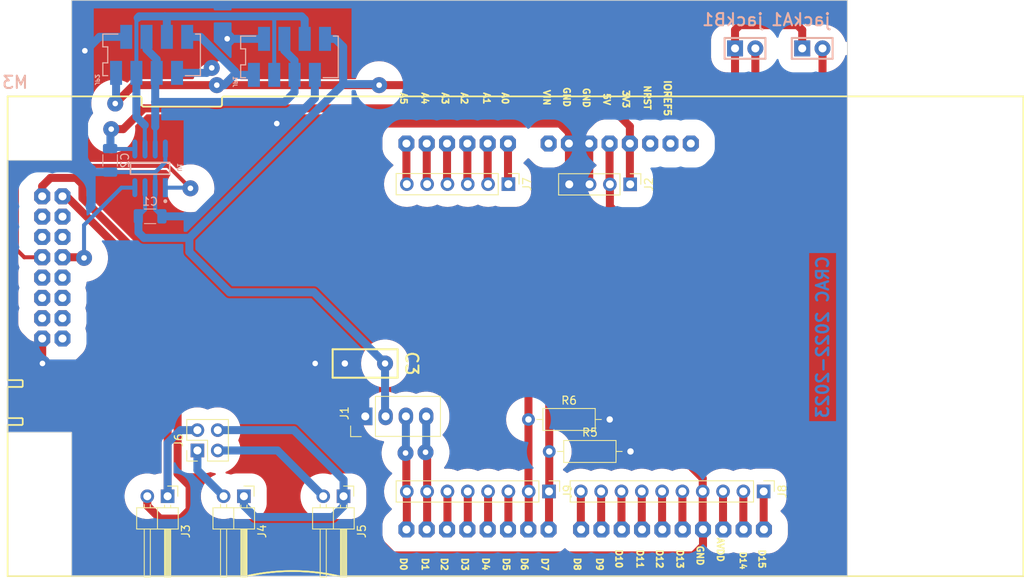
<source format=kicad_pcb>
(kicad_pcb (version 20211014) (generator pcbnew)
  (layers (0 "F.Cu" signal "Top Layer") (31 "B.Cu" signal "Bottom Layer") (34 "B.Paste" user "Bottom Paste") (35 "F.Paste" user "Top Paste") (36 "B.SilkS" user "Bottom Overlay") (37 "F.SilkS" user "Top Overlay") (38 "B.Mask" user "Bottom Solder") (39 "F.Mask" user "Top Solder") (44 "Edge.Cuts" user))
  (net 0 "")
  (net 1 "+5_BOARD")
  (net 2 "/CAN_L")
  (net 3 "/Rx1")
  (net 4 "/Tx1")
  (net 5 "/JackA")
  (net 6 "/JackB")
  (net 7 "Net-(M3-Pad9)")
  (net 8 "Net-(M3-Pad10)")
  (net 9 "Net-(M3-Pad11)")
  (net 10 "Net-(M3-Pad12)")
  (net 11 "Net-(M3-Pad13)")
  (net 12 "/TX_Can")
  (net 13 "/RX_Can")
  (net 14 "/CAN_H")
  (net 15 "3.3V")
  (net 16 "GND")
  (net 20 "Net-(M3-Pad14)")
  (net 21 "Net-(M3-Pad32)")
  (net 22 "Net-(M3-Pad31)")
  (net 23 "Net-(M3-Pad30)")
  (net 24 "Net-(M3-Pad28)")
  (net 25 "Net-(M3-Pad27)")
  (net 26 "Net-(M3-Pad26)")
  (net 27 "Net-(M3-Pad25)")
  (net 28 "Net-(M3-Pad24)")
  (net 29 "Net-(M3-Pad23)")
  (net 30 "Net-(M3-Pad20)")
  (net 31 "Net-(M3-Pad19)")
  (net 43 "Net-(M3-Pad18)")
  (net 44 "Net-(M3-Pad17)")
  (net 45 "/A-")
  (net 46 "/A+")
  (net 47 "/B-")
  (net 48 "/HP2+")
  (net 49 "/B+")
  (footprint "Connector_PinHeader_2.54mm:PinHeader_1x02_P2.54mm_Horizontal" (layer "F.Cu") (at 155.5391 110.1506 -90)
    (fp_text reference "J5" (at 4.385 -2.27 90) (layer "F.SilkS"))
    (fp_text value "Autocom2")
    (pad "1" thru_hole rect (at 0 0 270) (size 1.7 1.7) (drill 1) (layers *.Cu *.Mask) (net 47 "/B-"))
    (pad "2" thru_hole oval (at 0 2.54 270) (size 1.7 1.7) (drill 1) (layers *.Cu *.Mask) (net 49 "/B+"))
  )
  (footprint "Connector_PinHeader_2.54mm:PinHeader_1x08_P2.54mm_Vertical" (layer "F.Cu") (at 181.2291 109.5506 -90)
    (fp_text reference "J9" (at 0 -2.33 90) (layer "F.SilkS"))
    (fp_text value "Conn_01x08")
    (pad "1" thru_hole rect (at 0 0 270) (size 1.7 1.7) (drill 1) (layers *.Cu *.Mask) (net 5 "/JackA"))
    (pad "2" thru_hole oval (at 0 2.54 270) (size 1.7 1.7) (drill 1) (layers *.Cu *.Mask) (net 6 "/JackB"))
    (pad "3" thru_hole oval (at 0 5.08 270) (size 1.7 1.7) (drill 1) (layers *.Cu *.Mask) (net 30 "Net-(M3-Pad20)"))
    (pad "4" thru_hole oval (at 0 7.62 270) (size 1.7 1.7) (drill 1) (layers *.Cu *.Mask) (net 31 "Net-(M3-Pad19)"))
    (pad "5" thru_hole oval (at 0 10.16 270) (size 1.7 1.7) (drill 1) (layers *.Cu *.Mask) (net 43 "Net-(M3-Pad18)"))
    (pad "6" thru_hole oval (at 0 12.7 270) (size 1.7 1.7) (drill 1) (layers *.Cu *.Mask) (net 44 "Net-(M3-Pad17)"))
    (pad "7" thru_hole oval (at 0 15.24 270) (size 1.7 1.7) (drill 1) (layers *.Cu *.Mask) (net 4 "/Tx1"))
    (pad "8" thru_hole oval (at 0 17.78 270) (size 1.7 1.7) (drill 1) (layers *.Cu *.Mask) (net 3 "/Rx1"))
  )
  (footprint "FootprintGamelGe2_v6:R_Axial_DIN0207_L6.3mm_D2.5mm_P10.16mm_Horizontal" (layer "F.Cu") (at 181.2591 104.5506)
    (fp_text reference "R5" (at 5.08 -2.37) (layer "F.SilkS"))
    (fp_text value "R")
    (pad "1" thru_hole circle (at 0 0) (size 1.6 1.6) (drill 0.8) (layers *.Cu *.Mask) (net 5 "/JackA"))
    (pad "2" thru_hole oval (at 10.16 0) (size 1.6 1.6) (drill 0.8) (layers *.Cu *.Mask) (net 16 "GND"))
  )
  (footprint "Connector_PinHeader_2.54mm:PinHeader_1x04_P2.54mm_Vertical" (layer "F.Cu") (at 191.3791 71.1506 -90)
    (fp_text reference "J2" (at 0 -2.33 90) (layer "F.SilkS"))
    (fp_text value "Conn_01x04")
    (pad "1" thru_hole rect (at 0 0 270) (size 1.7 1.7) (drill 1) (layers *.Cu *.Mask) (net 15 "3.3V"))
    (pad "2" thru_hole oval (at 0 2.54 270) (size 1.7 1.7) (drill 1) (layers *.Cu *.Mask) (net 1 "+5_BOARD"))
    (pad "3" thru_hole oval (at 0 5.08 270) (size 1.7 1.7) (drill 1) (layers *.Cu *.Mask) (net 16 "GND"))
    (pad "4" thru_hole oval (at 0 7.62 270) (size 1.7 1.7) (drill 1) (layers *.Cu *.Mask) (net 16 "GND"))
  )
  (footprint "Connector_PinHeader_2.54mm:PinHeader_2x02_P2.54mm_Vertical" (layer "F.Cu") (at 137.2641 104.4256 90)
    (fp_text reference "J6" (at 1.27 -2.33 90) (layer "F.SilkS"))
    (fp_text value "Conn_02x02_Odd_Even")
    (pad "1" thru_hole rect (at 0 0 90) (size 1.7 1.7) (drill 1) (layers *.Cu *.Mask) (net 48 "/HP2+"))
    (pad "2" thru_hole oval (at 2.54 0 90) (size 1.7 1.7) (drill 1) (layers *.Cu *.Mask) (net 45 "/A-"))
    (pad "3" thru_hole oval (at 0 2.54 90) (size 1.7 1.7) (drill 1) (layers *.Cu *.Mask) (net 49 "/B+"))
    (pad "4" thru_hole oval (at 2.54 2.54 90) (size 1.7 1.7) (drill 1) (layers *.Cu *.Mask) (net 47 "/B-"))
  )
  (footprint "Connector_PinHeader_2.54mm:PinHeader_1x02_P2.54mm_Horizontal" (layer "F.Cu") (at 133.5391 110.1506 -90)
    (fp_text reference "J3" (at 4.385 -2.27 90) (layer "F.SilkS"))
    (fp_text value "Autocom2")
    (pad "1" thru_hole rect (at 0 0 270) (size 1.7 1.7) (drill 1) (layers *.Cu *.Mask) (net 45 "/A-"))
    (pad "2" thru_hole oval (at 0 2.54 270) (size 1.7 1.7) (drill 1) (layers *.Cu *.Mask) (net 46 "/A+"))
  )
  (footprint "Connector_PinHeader_2.54mm:PinHeader_1x06_P2.54mm_Vertical" (layer "F.Cu") (at 176.1491 71.126603 -90)
    (fp_text reference "J7" (at 0 -2.33 90) (layer "F.SilkS"))
    (fp_text value "Conn_01x06")
    (pad "1" thru_hole rect (at 0 0 270) (size 1.7 1.7) (drill 1) (layers *.Cu *.Mask) (net 7 "Net-(M3-Pad9)"))
    (pad "2" thru_hole oval (at 0 2.54 270) (size 1.7 1.7) (drill 1) (layers *.Cu *.Mask) (net 8 "Net-(M3-Pad10)"))
    (pad "3" thru_hole oval (at 0 5.08 270) (size 1.7 1.7) (drill 1) (layers *.Cu *.Mask) (net 9 "Net-(M3-Pad11)"))
    (pad "4" thru_hole oval (at 0 7.62 270) (size 1.7 1.7) (drill 1) (layers *.Cu *.Mask) (net 10 "Net-(M3-Pad12)"))
    (pad "5" thru_hole oval (at 0 10.16 270) (size 1.7 1.7) (drill 1) (layers *.Cu *.Mask) (net 11 "Net-(M3-Pad13)"))
    (pad "6" thru_hole oval (at 0 12.7 270) (size 1.7 1.7) (drill 1) (layers *.Cu *.Mask) (net 20 "Net-(M3-Pad14)"))
  )
  (footprint "FootprintGamelGe2_v6:Autocom4" (layer "F.Cu") (at 158.2541 100.1656 90)
    (fp_text reference "J1" (at 0.4 -2.6 90) (layer "F.SilkS"))
    (fp_text value "UART")
    (pad "1" thru_hole rect (at 0 0 90) (size 2.2 1.8) (drill 1) (layers *.Cu *.Mask) (net 16 "GND"))
    (pad "2" thru_hole oval (at 0 2.54 90) (size 2.2 1.8) (drill 1) (layers *.Cu *.Mask) (net 1 "+5_BOARD"))
    (pad "3" thru_hole oval (at 0 5.08 90) (size 2.2 1.8) (drill 1) (layers *.Cu *.Mask) (net 3 "/Rx1"))
    (pad "4" thru_hole oval (at 0 7.62 90) (size 2.2 1.8) (drill 1) (layers *.Cu *.Mask) (net 4 "/Tx1"))
  )
  (footprint "Connector_PinHeader_2.54mm:PinHeader_1x02_P2.54mm_Horizontal" (layer "F.Cu") (at 143.0791 110.1506 -90)
    (fp_text reference "J4" (at 4.385 -2.27 90) (layer "F.SilkS"))
    (fp_text value "Autocom2")
    (pad "1" thru_hole rect (at 0 0 270) (size 1.7 1.7) (drill 1) (layers *.Cu *.Mask) (net 47 "/B-"))
    (pad "2" thru_hole oval (at 0 2.54 270) (size 1.7 1.7) (drill 1) (layers *.Cu *.Mask) (net 48 "/HP2+"))
  )
  (footprint "Gamel_Trophy_v4re1.IntLib:CAPA_2" (layer "F.Cu") (at 155.6991 93.5506)
    (fp_text reference "C3" (at 7.480299 -1.6637 -90 unlocked) (layer "F.SilkS") (effects (font (size 1.524 1.524) (thickness 0.254)) (justify left bottom)))
    (fp_text value "Cap" hide)
    (pad "1" thru_hole circle (at 0 0) (size 2 2) (drill 0.8) (layers F&B.Cu *.Mask) (net 16 "GND"))
    (pad "2" thru_hole circle (at 5.029199 0) (size 2 2) (drill 0.8) (layers F&B.Cu *.Mask) (net 1 "+5_BOARD"))
  )
  (footprint "FootprintGamelGe2_v6:R_Axial_DIN0207_L6.3mm_D2.5mm_P10.16mm_Horizontal" (layer "F.Cu") (at 178.6591 100.5506)
    (fp_text reference "R6" (at 5.08 -2.37) (layer "F.SilkS"))
    (fp_text value "R")
    (pad "1" thru_hole circle (at 0 0) (size 1.6 1.6) (drill 0.8) (layers *.Cu *.Mask) (net 6 "/JackB"))
    (pad "2" thru_hole oval (at 10.16 0) (size 1.6 1.6) (drill 0.8) (layers *.Cu *.Mask) (net 16 "GND"))
  )
  (footprint "Connector_PinHeader_2.54mm:PinHeader_1x10_P2.54mm_Vertical" (layer "F.Cu") (at 208.0691 109.546603 -90)
    (fp_text reference "J8" (at 0 -2.33 90) (layer "F.SilkS"))
    (fp_text value "Conn_01x10")
    (pad "1" thru_hole rect (at 0 0 270) (size 1.7 1.7) (drill 1) (layers *.Cu *.Mask) (net 21 "Net-(M3-Pad32)"))
    (pad "2" thru_hole oval (at 0 2.54 270) (size 1.7 1.7) (drill 1) (layers *.Cu *.Mask) (net 22 "Net-(M3-Pad31)"))
    (pad "3" thru_hole oval (at 0 5.08 270) (size 1.7 1.7) (drill 1) (layers *.Cu *.Mask) (net 23 "Net-(M3-Pad30)"))
    (pad "4" thru_hole oval (at 0 7.62 270) (size 1.7 1.7) (drill 1) (layers *.Cu *.Mask) (net 16 "GND"))
    (pad "5" thru_hole oval (at 0 10.16 270) (size 1.7 1.7) (drill 1) (layers *.Cu *.Mask) (net 24 "Net-(M3-Pad28)"))
    (pad "6" thru_hole oval (at 0 12.7 270) (size 1.7 1.7) (drill 1) (layers *.Cu *.Mask) (net 25 "Net-(M3-Pad27)"))
    (pad "7" thru_hole oval (at 0 15.24 270) (size 1.7 1.7) (drill 1) (layers *.Cu *.Mask) (net 26 "Net-(M3-Pad26)"))
    (pad "8" thru_hole oval (at 0 17.78 270) (size 1.7 1.7) (drill 1) (layers *.Cu *.Mask) (net 27 "Net-(M3-Pad25)"))
    (pad "9" thru_hole oval (at 0 20.32 270) (size 1.7 1.7) (drill 1) (layers *.Cu *.Mask) (net 28 "Net-(M3-Pad24)"))
    (pad "10" thru_hole oval (at 0 22.86 270) (size 1.7 1.7) (drill 1) (layers *.Cu *.Mask) (net 29 "Net-(M3-Pad23)"))
  )
  (footprint "GEII1.IntLib:Conn2br" (layer "B.Cu") (at 204.489116 54.1506 -90)
    (fp_text reference "jackB1" (at -2.6924 -3.683 unlocked) (layer "B.SilkS") (effects (font (size 1.524 1.524) (thickness 0.254)) (justify left bottom mirror)))
    (fp_text value "Header 2" hide)
    (pad "1" thru_hole rect (at 0 0 270) (size 2 2) (drill 1) (layers *.Cu *.Mask) (net 1 "+5_BOARD"))
    (pad "2" thru_hole circle (at 0 -2.54 270) (size 2 2) (drill 1) (layers *.Cu *.Mask) (net 6 "/JackB"))
  )
  (footprint "GEII1.IntLib:Conn2br" (layer "B.Cu") (at 212.889116 54.1506 -90)
    (fp_text reference "jackA1" (at -2.6924 -3.683 unlocked) (layer "B.SilkS") (effects (font (size 1.524 1.524) (thickness 0.254)) (justify left bottom mirror)))
    (fp_text value "Header 2" hide)
    (pad "1" thru_hole rect (at 0 0 270) (size 2 2) (drill 1) (layers *.Cu *.Mask) (net 1 "+5_BOARD"))
    (pad "2" thru_hole circle (at 0 -2.54 270) (size 2 2) (drill 1) (layers *.Cu *.Mask) (net 5 "/JackA"))
  )
  (footprint "Capacitor_SMD:C_1206_3216Metric" (layer "B.Cu") (at 131.3491 75.1506 180)
    (fp_text reference "C1" (at 0 1.85) (layer "B.SilkS") (effects (justify mirror)))
    (fp_text value "100nF")
    (pad "1" smd roundrect (at -1.475 0 180) (size 1.15 1.8) (layers "B.Cu" "B.Paste" "B.Mask") (roundrect_rratio 0.2173913043) (net 16 "GND"))
    (pad "2" smd roundrect (at 1.475 0 180) (size 1.15 1.8) (layers "B.Cu" "B.Paste" "B.Mask") (roundrect_rratio 0.2173913043) (net 1 "+5_BOARD"))
  )
  (footprint "micromatch 8P.PcbLib:MM 8 CMS F" (layer "B.Cu") (at 127.094101 57.210601 180)
    (fp_text reference "JP2" (at 2.655992 -1.623004 270 unlocked) (layer "B.SilkS") (effects (font (size 0.5 0.5)) (justify left bottom mirror)))
    (fp_text value "Can_2" hide)
    (pad "1" smd rect (at 0 0 180) (size 1.5 3) (layers "B.Cu" "B.Paste" "B.Mask") (net 1 "+5_BOARD"))
    (pad "2" smd rect (at -1.27 4.500001 180) (size 1.5 3) (layers "B.Cu" "B.Paste" "B.Mask") (net 16 "GND"))
    (pad "3" smd rect (at -2.54 0 180) (size 1.5 3) (layers "B.Cu" "B.Paste" "B.Mask") (net 2 "/CAN_L"))
    (pad "4" smd rect (at -3.81 4.500001 180) (size 1.5 3) (layers "B.Cu" "B.Paste" "B.Mask") (net 14 "/CAN_H"))
    (pad "5" smd rect (at -5.08 0 180) (size 1.5 3) (layers "B.Cu" "B.Paste" "B.Mask") (net 14 "/CAN_H"))
    (pad "6" smd rect (at -6.35 4.500001 180) (size 1.5 3) (layers "B.Cu" "B.Paste" "B.Mask") (net 2 "/CAN_L"))
    (pad "7" smd rect (at -7.62 0 180) (size 1.499997 3) (layers "B.Cu" "B.Paste" "B.Mask") (net 16 "GND"))
    (pad "8" smd rect (at -8.89 4.500001 180) (size 1.499997 3) (layers "B.Cu" "B.Paste" "B.Mask") (net 1 "+5_BOARD"))
  )
  (footprint "C:_ProgramData_Altium_Altium Designer {91CCA5E7-F8A9-4A8E-AA86-1D88F44FA42C}_VaultsFileCache_B7D15EC3-160A-466F-A46C-7801FE6295A7_FB88017A-93AF-48E0-A4ED-AC0901C9B691_Released_FP-C04-057-SN-IPC_A.PcbLib_FP-C04-057-SN-IPC_A" (layer "B.Cu") (at 131.3491 69.1506 90)
    (fp_text reference "U1" (at -0.4572 3.3782 270 unlocked) (layer "B.SilkS") (effects (font (size 0.5 0.5)) (justify left bottom mirror)))
    (fp_text value "MCP2562FDT-E/SN" hide)
    (pad "1" smd rect (at -2.417532 1.905 90) (size 2.377069 0.622132) (layers "B.Cu" "B.Paste" "B.Mask") (net 12 "/TX_Can"))
    (pad "2" smd roundrect (at -2.417532 0.635 90) (size 2.377069 0.622132) (layers "B.Cu" "B.Paste" "B.Mask") (roundrect_rratio 0.5) (net 16 "GND"))
    (pad "3" smd roundrect (at -2.417532 -0.635 90) (size 2.377069 0.622132) (layers "B.Cu" "B.Paste" "B.Mask") (roundrect_rratio 0.5) (net 1 "+5_BOARD"))
    (pad "4" smd roundrect (at -2.417532 -1.905 90) (size 2.377069 0.622132) (layers "B.Cu" "B.Paste" "B.Mask") (roundrect_rratio 0.5) (net 13 "/RX_Can"))
    (pad "5" smd roundrect (at 2.417531 -1.905 90) (size 2.377069 0.622132) (layers "B.Cu" "B.Paste" "B.Mask") (roundrect_rratio 0.5) (net 15 "3.3V"))
    (pad "6" smd roundrect (at 2.417531 -0.635 90) (size 2.377069 0.622132) (layers "B.Cu" "B.Paste" "B.Mask") (roundrect_rratio 0.5) (net 2 "/CAN_L"))
    (pad "7" smd roundrect (at 2.417531 0.635 90) (size 2.377069 0.622132) (layers "B.Cu" "B.Paste" "B.Mask") (roundrect_rratio 0.5) (net 14 "/CAN_H"))
    (pad "8" smd roundrect (at 2.417531 1.905 90) (size 2.377069 0.622132) (layers "B.Cu" "B.Paste" "B.Mask") (roundrect_rratio 0.5) (net 16 "GND"))
  )
  (footprint "micromatch 8P.PcbLib:MM 8 CMS F" (layer "B.Cu") (at 144.329101 57.460602 180)
    (fp_text reference "JP1" (at 2.655992 -1.623004 270 unlocked) (layer "B.SilkS") (effects (font (size 0.5 0.5)) (justify left bottom mirror)))
    (fp_text value "Can_1" hide)
    (pad "1" smd rect (at 0 0 180) (size 1.5 3) (layers "B.Cu" "B.Paste" "B.Mask") (net 1 "+5_BOARD"))
    (pad "2" smd rect (at -1.27 4.500001 180) (size 1.5 3) (layers "B.Cu" "B.Paste" "B.Mask") (net 16 "GND"))
    (pad "3" smd rect (at -2.54 0 180) (size 1.5 3) (layers "B.Cu" "B.Paste" "B.Mask") (net 2 "/CAN_L"))
    (pad "4" smd rect (at -3.81 4.500001 180) (size 1.5 3) (layers "B.Cu" "B.Paste" "B.Mask") (net 14 "/CAN_H"))
    (pad "5" smd rect (at -5.08 0 180) (size 1.5 3) (layers "B.Cu" "B.Paste" "B.Mask") (net 14 "/CAN_H"))
    (pad "6" smd rect (at -6.35 4.500001 180) (size 1.5 3) (layers "B.Cu" "B.Paste" "B.Mask") (net 2 "/CAN_L"))
    (pad "7" smd rect (at -7.62 0 180) (size 1.499997 3) (layers "B.Cu" "B.Paste" "B.Mask") (net 16 "GND"))
    (pad "8" smd rect (at -8.89 4.500001 180) (size 1.499997 3) (layers "B.Cu" "B.Paste" "B.Mask") (net 1 "+5_BOARD"))
  )
  (footprint "carte_control_lib_V4.IntLib:Connecteur Ext ST Disco" (layer "B.Cu") (at 113.5391 120.1506 90)
    (fp_text reference "M3" (at 60.8574 2.6914 unlocked) (layer "B.SilkS") (effects (font (size 1.524 1.524) (thickness 0.254)) (justify left bottom mirror)))
    (fp_text value "Connecteur Ext ST Disco" hide)
    (fp_text user "GND" (at 2.578423 86.580099 270 unlocked) (layer "F.SilkS") (effects (font (size 0.8 0.8) (thickness 0.254) bold)))
    (fp_text user "NRST" (at 59.845307 79.976112 270 unlocked) (layer "F.SilkS") (effects (font (size 0.8 0.8) (thickness 0.254) bold)))
    (fp_text user "GND" (at 59.90679 69.900382 270 unlocked) (layer "F.SilkS") (effects (font (size 0.8 0.8) (thickness 0.254) bold)))
    (fp_text user "D1" (at 1.487059 52.201263 270 unlocked) (layer "F.SilkS") (effects (font (size 0.8 0.8) (thickness 0.254) bold)))
    (fp_text user "D5" (at 1.487059 62.338304 270 unlocked) (layer "F.SilkS") (effects (font (size 0.8 0.8) (thickness 0.254) bold)))
    (fp_text user "A5" (at 59.740801 49.511294 270 unlocked) (layer "F.SilkS") (effects (font (size 0.8 0.8) (thickness 0.254) bold)))
    (fp_text user "5V" (at 59.641916 74.911294 270 unlocked) (layer "F.SilkS") (effects (font (size 0.8 0.8) (thickness 0.254) bold)))
    (fp_text user "A4" (at 59.749378 52.167285 270 unlocked) (layer "F.SilkS") (effects (font (size 0.8 0.8) (thickness 0.254) bold)))
    (fp_text user "D15" (at 2.151947 94.309368 270 unlocked) (layer "F.SilkS") (effects (font (size 0.8 0.8) (thickness 0.254) bold)))
    (fp_text user "D14" (at 1.945443 91.940871 270 unlocked) (layer "F.SilkS") (effects (font (size 0.75 0.75) (thickness 0.254) bold)))
    (fp_text user "D3" (at 1.492982 57.164225 270 unlocked) (layer "F.SilkS") (effects (font (size 0.8 0.8) (thickness 0.254) bold)))
    (fp_text user "A0" (at 59.749378 62.206112 270 unlocked) (layer "F.SilkS") (effects (font (size 0.8 0.8) (thickness 0.254) bold)))
    (fp_text user "D11" (at 2.151947 79.058372 270 unlocked) (layer "F.SilkS") (effects (font (size 0.8 0.8) (thickness 0.254) bold)))
    (fp_text user "D2" (at 1.495944 54.596821 270 unlocked) (layer "F.SilkS") (effects (font (size 0.8 0.8) (thickness 0.254) bold)))
    (fp_text user "D12" (at 2.160832 81.507521 270 unlocked) (layer "F.SilkS") (effects (font (size 0.8 0.8) (thickness 0.254) bold)))
    (fp_text user "D7" (at 1.495944 67.166445 270 unlocked) (layer "F.SilkS") (effects (font (size 0.8 0.8) (thickness 0.254) bold)))
    (fp_text user "3V3" (at 59.65585 77.310268 270 unlocked) (layer "F.SilkS") (effects (font (size 0.8 0.8) (thickness 0.254) bold)))
    (fp_text user "IOREF5" (at 59.776554 82.50442 270 unlocked) (layer "F.SilkS") (effects (font (size 0.85 0.85) (thickness 0.254) bold)))
    (fp_text user "D10" (at 2.178602 76.421334 270 unlocked) (layer "F.SilkS") (effects (font (size 0.8 0.8) (thickness 0.254) bold)))
    (fp_text user "AVDD" (at 3.306987 89.120104 270 unlocked) (layer "F.SilkS") (effects (font (size 0.8 0.8) (thickness 0.254) bold)))
    (fp_text user "D13" (at 2.15787 84.054925 270 unlocked) (layer "F.SilkS") (effects (font (size 0.8 0.8) (thickness 0.254) bold)))
    (fp_text user "D0" (at 1.513714 49.494923 270 unlocked) (layer "F.SilkS") (effects (font (size 0.8 0.8) (thickness 0.254) bold)))
    (fp_text user "GND" (at 59.825012 72.356112 270 unlocked) (layer "F.SilkS") (effects (font (size 0.8 0.8) (thickness 0.254) bold)))
    (fp_text user "D9" (at 1.498906 74.014925 270 unlocked) (layer "F.SilkS") (effects (font (size 0.8 0.8) (thickness 0.254) bold)))
    (fp_text user "D6" (at 1.50779 64.614924 270 unlocked) (layer "F.SilkS") (effects (font (size 0.8 0.8) (thickness 0.254) bold)))
    (fp_text user "D8" (at 1.50779 71.220918 270 unlocked) (layer "F.SilkS") (effects (font (size 0.8 0.8) (thickness 0.254) bold)))
    (fp_text user "VIN" (at 59.845258 67.40425 270 unlocked) (layer "F.SilkS") (effects (font (size 0.8 0.8) (thickness 0.254) bold)))
    (fp_text user "A1" (at 59.749378 59.894417 270 unlocked) (layer "F.SilkS") (effects (font (size 0.8 0.8) (thickness 0.254) bold)))
    (fp_text user "A3" (at 59.749378 54.696112 270 unlocked) (layer "F.SilkS") (effects (font (size 0.8 0.8) (thickness 0.254) bold)))
    (fp_text user "D4" (at 1.522599 59.774225 270 unlocked) (layer "F.SilkS") (effects (font (size 0.8 0.8) (thickness 0.254) bold)))
    (fp_text user "A2" (at 59.749378 57.089252 270 unlocked) (layer "F.SilkS") (effects (font (size 0.8 0.8) (thickness 0.254) bold)))
    (pad "1" thru_hole roundrect locked (at 54.103997 85.420216 270) (size 2 2) (drill 1) (layers *.Cu *.Mask) (chamfer_ratio 0.25) (chamfer top_left top_right bottom_left bottom_right))
    (pad "2" thru_hole roundrect locked (at 54.103997 82.880216 270) (size 2 2) (drill 1) (layers *.Cu *.Mask) (chamfer_ratio 0.25) (chamfer top_left top_right bottom_left bottom_right))
    (pad "3" thru_hole roundrect locked (at 54.103997 80.340216 270) (size 2 2) (drill 1) (layers *.Cu *.Mask) (chamfer_ratio 0.25) (chamfer top_left top_right bottom_left bottom_right))
    (pad "4" thru_hole roundrect locked (at 54.103997 77.800216 270) (size 2 2) (drill 1) (layers *.Cu *.Mask) (chamfer_ratio 0.25) (chamfer top_left top_right bottom_left bottom_right) (net 15 "3.3V"))
    (pad "5" thru_hole roundrect locked (at 54.103997 75.260216 270) (size 2 2) (drill 1) (layers *.Cu *.Mask) (chamfer_ratio 0.25) (chamfer top_left top_right bottom_left bottom_right) (net 1 "+5_BOARD"))
    (pad "6" thru_hole roundrect locked (at 54.103997 72.720216 270) (size 2 2) (drill 1) (layers *.Cu *.Mask) (chamfer_ratio 0.25) (chamfer top_left top_right bottom_left bottom_right) (net 16 "GND"))
    (pad "7" thru_hole roundrect locked (at 54.103997 70.180216 270) (size 2 2) (drill 1) (layers *.Cu *.Mask) (chamfer_ratio 0.25) (chamfer top_left top_right bottom_left bottom_right) (net 16 "GND"))
    (pad "8" thru_hole roundrect locked (at 54.103997 67.640216 270) (size 2 2) (drill 1) (layers *.Cu *.Mask) (chamfer_ratio 0.25) (chamfer top_left top_right bottom_left bottom_right))
    (pad "9" thru_hole roundrect locked (at 54.103997 62.560216 270) (size 2 2) (drill 1) (layers *.Cu *.Mask) (chamfer_ratio 0.25) (chamfer top_left top_right bottom_left bottom_right) (net 7 "Net-(M3-Pad9)"))
    (pad "10" thru_hole roundrect locked (at 54.103997 60.020216 270) (size 2 2) (drill 1) (layers *.Cu *.Mask) (chamfer_ratio 0.25) (chamfer top_left top_right bottom_left bottom_right) (net 8 "Net-(M3-Pad10)"))
    (pad "11" thru_hole roundrect locked (at 54.103997 57.480216 270) (size 2 2) (drill 1) (layers *.Cu *.Mask) (chamfer_ratio 0.25) (chamfer top_left top_right bottom_left bottom_right) (net 9 "Net-(M3-Pad11)"))
    (pad "12" thru_hole roundrect locked (at 54.103997 54.940216 270) (size 2 2) (drill 1) (layers *.Cu *.Mask) (chamfer_ratio 0.25) (chamfer top_left top_right bottom_left bottom_right) (net 10 "Net-(M3-Pad12)"))
    (pad "13" thru_hole roundrect locked (at 54.103997 52.400216 270) (size 2 2) (drill 1) (layers *.Cu *.Mask) (chamfer_ratio 0.25) (chamfer top_left top_right bottom_left bottom_right) (net 11 "Net-(M3-Pad13)"))
    (pad "14" thru_hole roundrect locked (at 54.103997 49.860216 270) (size 2 2) (drill 1) (layers *.Cu *.Mask) (chamfer_ratio 0.25) (chamfer top_left top_right bottom_left bottom_right) (net 20 "Net-(M3-Pad14)"))
    (pad "15" thru_hole roundrect locked (at 5.843997 49.860216 270) (size 2 2) (drill 1) (layers *.Cu *.Mask) (chamfer_ratio 0.25) (chamfer top_left top_right bottom_left bottom_right) (net 3 "/Rx1"))
    (pad "16" thru_hole roundrect locked (at 5.843997 52.400216 270) (size 2 2) (drill 1) (layers *.Cu *.Mask) (chamfer_ratio 0.25) (chamfer top_left top_right bottom_left bottom_right) (net 4 "/Tx1"))
    (pad "17" thru_hole roundrect locked (at 5.843997 54.940216 270) (size 2 2) (drill 1) (layers *.Cu *.Mask) (chamfer_ratio 0.25) (chamfer top_left top_right bottom_left bottom_right) (net 44 "Net-(M3-Pad17)"))
    (pad "18" thru_hole roundrect locked (at 5.843997 57.480216 270) (size 2 2) (drill 1) (layers *.Cu *.Mask) (chamfer_ratio 0.25) (chamfer top_left top_right bottom_left bottom_right) (net 43 "Net-(M3-Pad18)"))
    (pad "19" thru_hole roundrect locked (at 5.843997 60.020216 270) (size 2 2) (drill 1) (layers *.Cu *.Mask) (chamfer_ratio 0.25) (chamfer top_left top_right bottom_left bottom_right) (net 31 "Net-(M3-Pad19)"))
    (pad "20" thru_hole roundrect locked (at 5.843997 62.560216 270) (size 2 2) (drill 1) (layers *.Cu *.Mask) (chamfer_ratio 0.25) (chamfer top_left top_right bottom_left bottom_right) (net 30 "Net-(M3-Pad20)"))
    (pad "21" thru_hole roundrect locked (at 5.843997 65.100216 270) (size 2 2) (drill 1) (layers *.Cu *.Mask) (chamfer_ratio 0.25) (chamfer top_left top_right bottom_left bottom_right) (net 6 "/JackB"))
    (pad "22" thru_hole roundrect locked (at 5.843997 67.640216 270) (size 2 2) (drill 1) (layers *.Cu *.Mask) (chamfer_ratio 0.25) (chamfer top_left top_right bottom_left bottom_right) (net 5 "/JackA"))
    (pad "23" thru_hole roundrect locked (at 5.843997 71.704216 270) (size 2 2) (drill 1) (layers *.Cu *.Mask) (chamfer_ratio 0.25) (chamfer top_left top_right bottom_left bottom_right) (net 29 "Net-(M3-Pad23)"))
    (pad "24" thru_hole roundrect locked (at 5.843997 74.244216 270) (size 2 2) (drill 1) (layers *.Cu *.Mask) (chamfer_ratio 0.25) (chamfer top_left top_right bottom_left bottom_right) (net 28 "Net-(M3-Pad24)"))
    (pad "25" thru_hole roundrect locked (at 5.843997 76.784216 270) (size 2 2) (drill 1) (layers *.Cu *.Mask) (chamfer_ratio 0.25) (chamfer top_left top_right bottom_left bottom_right) (net 27 "Net-(M3-Pad25)"))
    (pad "26" thru_hole roundrect locked (at 5.843997 79.324216 270) (size 2 2) (drill 1) (layers *.Cu *.Mask) (chamfer_ratio 0.25) (chamfer top_left top_right bottom_left bottom_right) (net 26 "Net-(M3-Pad26)"))
    (pad "27" thru_hole roundrect locked (at 5.843997 81.864216 270) (size 2 2) (drill 1) (layers *.Cu *.Mask) (chamfer_ratio 0.25) (chamfer top_left top_right bottom_left bottom_right) (net 25 "Net-(M3-Pad27)"))
    (pad "28" thru_hole roundrect locked (at 5.843997 84.404216 270) (size 2 2) (drill 1) (layers *.Cu *.Mask) (chamfer_ratio 0.25) (chamfer top_left top_right bottom_left bottom_right) (net 24 "Net-(M3-Pad28)"))
    (pad "29" thru_hole roundrect locked (at 5.843997 86.944216 270) (size 2 2) (drill 1) (layers *.Cu *.Mask) (chamfer_ratio 0.25) (chamfer top_left top_right bottom_left bottom_right) (net 16 "GND"))
    (pad "30" thru_hole roundrect locked (at 5.843997 89.484216 270) (size 2 2) (drill 1) (layers *.Cu *.Mask) (chamfer_ratio 0.25) (chamfer top_left top_right bottom_left bottom_right) (net 23 "Net-(M3-Pad30)"))
    (pad "31" thru_hole roundrect locked (at 5.843997 92.024216 270) (size 2 2) (drill 1) (layers *.Cu *.Mask) (chamfer_ratio 0.25) (chamfer top_left top_right bottom_left bottom_right) (net 22 "Net-(M3-Pad31)"))
    (pad "32" thru_hole roundrect locked (at 5.843997 94.564216 270) (size 2 2) (drill 1) (layers *.Cu *.Mask) (chamfer_ratio 0.25) (chamfer top_left top_right bottom_left bottom_right) (net 21 "Net-(M3-Pad32)"))
    (pad "33" thru_hole roundrect locked (at 29.719997 6.858016 270) (size 2 2) (drill 1) (layers *.Cu *.Mask) (chamfer_ratio 0.25) (chamfer top_left top_right bottom_left bottom_right))
    (pad "34" thru_hole roundrect locked (at 29.719997 4.318016 270) (size 2 2) (drill 1) (layers *.Cu *.Mask) (chamfer_ratio 0.25) (chamfer top_left top_right bottom_left bottom_right) (net 16 "GND"))
    (pad "35" thru_hole roundrect locked (at 32.259997 6.858016 270) (size 2 2) (drill 1) (layers *.Cu *.Mask) (chamfer_ratio 0.25) (chamfer top_left top_right bottom_left bottom_right))
    (pad "36" thru_hole roundrect locked (at 32.259997 4.318016 270) (size 2 2) (drill 1) (layers *.Cu *.Mask) (chamfer_ratio 0.25) (chamfer top_left top_right bottom_left bottom_right))
    (pad "37" thru_hole roundrect locked (at 34.799997 6.858016 270) (size 2 2) (drill 1) (layers *.Cu *.Mask) (chamfer_ratio 0.25) (chamfer top_left top_right bottom_left bottom_right))
    (pad "38" thru_hole roundrect locked (at 34.799997 4.318016 270) (size 2 2) (drill 1) (layers *.Cu *.Mask) (chamfer_ratio 0.25) (chamfer top_left top_right bottom_left bottom_right))
    (pad "39" thru_hole roundrect locked (at 37.339997 6.858016 270) (size 2 2) (drill 1) (layers *.Cu *.Mask) (chamfer_ratio 0.25) (chamfer top_left top_right bottom_left bottom_right))
    (pad "40" thru_hole roundrect locked (at 37.339997 4.318016 270) (size 2 2) (drill 1) (layers *.Cu *.Mask) (chamfer_ratio 0.25) (chamfer top_left top_right bottom_left bottom_right))
    (pad "41" thru_hole roundrect locked (at 39.879997 6.858016 270) (size 2 2) (drill 1) (layers *.Cu *.Mask) (chamfer_ratio 0.25) (chamfer top_left top_right bottom_left bottom_right) (net 13 "/RX_Can"))
    (pad "42" thru_hole roundrect locked (at 39.879997 4.318016 270) (size 2 2) (drill 1) (layers *.Cu *.Mask) (chamfer_ratio 0.25) (chamfer top_left top_right bottom_left bottom_right) (net 12 "/TX_Can"))
    (pad "43" thru_hole roundrect locked (at 42.419997 6.858016 270) (size 2 2) (drill 1) (layers *.Cu *.Mask) (chamfer_ratio 0.25) (chamfer top_left top_right bottom_left bottom_right))
    (pad "44" thru_hole roundrect locked (at 42.419997 4.318016 270) (size 2 2) (drill 1) (layers *.Cu *.Mask) (chamfer_ratio 0.25) (chamfer top_left top_right bottom_left bottom_right))
    (pad "45" thru_hole roundrect locked (at 44.959997 6.858016 270) (size 2 2) (drill 1) (layers *.Cu *.Mask) (chamfer_ratio 0.25) (chamfer top_left top_right bottom_left bottom_right))
    (pad "46" thru_hole roundrect locked (at 44.959997 4.318016 270) (size 2 2) (drill 1) (layers *.Cu *.Mask) (chamfer_ratio 0.25) (chamfer top_left top_right bottom_left bottom_right))
    (pad "47" thru_hole roundrect locked (at 47.499997 6.858016 270) (size 2 2) (drill 1) (layers *.Cu *.Mask) (chamfer_ratio 0.25) (chamfer top_left top_right bottom_left bottom_right) (net 45 "/A-"))
    (pad "48" thru_hole roundrect locked (at 47.499997 4.318016 270) (size 2 2) (drill 1) (layers *.Cu *.Mask) (chamfer_ratio 0.25) (chamfer top_left top_right bottom_left bottom_right) (net 46 "/A+"))
  )
  (footprint "Capacitor_SMD:C_1206_3216Metric" (layer "B.Cu") (at 126.3491 68.1506 90)
    (fp_text reference "C2" (at 0 1.85 90) (layer "B.SilkS") (effects (justify mirror)))
    (fp_text value "100nF")
    (pad "1" smd roundrect (at -1.475 0 90) (size 1.15 1.8) (layers "B.Cu" "B.Paste" "B.Mask") (roundrect_rratio 0.2173913043) (net 16 "GND"))
    (pad "2" smd roundrect (at 1.475 0 90) (size 1.15 1.8) (layers "B.Cu" "B.Paste" "B.Mask") (roundrect_rratio 0.2173913043) (net 15 "3.3V"))
  )
  (gr_poly (pts (xy 218.5391 120.1506) (xy 121.5391 120.1506) (xy 121.5391 102.1506) (xy 113.5391 102.1506) (xy 113.5391 68.1506) (xy 121.5391 68.1506) (xy 121.5391 48.1506) (xy 218.5391 48.1506)) (layer "Edge.Cuts") (width 0.1) (fill none))
  (gr_text "CRAC 2022-2023" (at 215.4391 90.2506 90) (layer "B.Cu") (effects (font (size 1.5 1.5) (thickness 0.3)) (justify mirror)))
  (segment (start 197.621334 74.946603) (end 204.489116 68.078821) (width 1) (layer "F.Cu") (net 1))
  (segment (start 188.8391 73.896603) (end 189.8891 74.946603) (width 1) (layer "F.Cu") (net 1))
  (segment (start 204.489116 51.846587) (end 205.0891 51.246603) (width 1) (layer "F.Cu") (net 1))
  (segment (start 159.9891 58.746603) (end 139.6891 58.746603) (width 1) (layer "F.Cu") (net 1))
  (segment (start 188.799316 66.046603) (end 188.799316 71.110816) (width 1) (layer "F.Cu") (net 1))
  (segment (start 205.0891 51.246603) (end 212.2891 51.246603) (width 1) (layer "F.Cu") (net 1))
  (segment (start 204.489116 54.1506) (end 204.489116 51.846587) (width 1) (layer "F.Cu") (net 1))
  (segment (start 139.6891 58.746603) (end 129.2891 58.746603) (width 1) (layer "F.Cu") (net 1))
  (segment (start 204.489116 68.078821) (end 204.489116 54.1506) (width 1) (layer "F.Cu") (net 1))
  (segment (start 212.2891 51.246603) (end 212.889116 51.846619) (width 1) (layer "F.Cu") (net 1))
  (segment (start 188.8391 71.1506) (end 188.8391 73.896603) (width 1) (layer "F.Cu") (net 1))
  (segment (start 129.2891 58.746603) (end 126.9891 61.046603) (width 1) (layer "F.Cu") (net 1))
  (segment (start 189.8891 74.946603) (end 197.621334 74.946603) (width 1) (layer "F.Cu") (net 1))
  (segment (start 212.889116 51.846619) (end 212.889116 54.1506) (width 1) (layer "F.Cu") (net 1))
  (segment (start 188.799316 71.110816) (end 188.8391 71.1506) (width 1) (layer "F.Cu") (net 1))
  (segment (start 159.9891 58.746603) (end 204.4891 58.746603) (width 1) (layer "F.Cu") (net 1))
  (via (at 139.6891 58.746603) (size 2) (drill 0.7) (layers "F.Cu" "B.Cu") (net 1))
  (via (at 159.9891 58.746603) (size 2) (drill 0.7) (layers "F.Cu" "B.Cu") (net 1))
  (via (at 126.9891 61.046603) (size 2) (drill 0.7) (layers "F.Cu" "B.Cu") (net 1))
  (segment (start 141.9891 57.346603) (end 142.103099 57.460602) (width 1) (layer "B.Cu") (net 1))
  (segment (start 155.4891 58.614369) (end 136.256866 77.846603) (width 1) (layer "B.Cu") (net 1))
  (segment (start 153.219101 52.960601) (end 154.503098 52.960601) (width 1) (layer "B.Cu") (net 1))
  (segment (start 130.7141 74.3106) (end 129.8741 75.1506) (width 0.5) (layer "B.Cu") (net 1))
  (segment (start 142.103099 57.460602) (end 144.329101 57.460602) (width 1) (layer "B.Cu") (net 1))
  (segment (start 130.5891 77.846603) (end 129.8891 77.146603) (width 1) (layer "B.Cu") (net 1))
  (segment (start 129.8891 77.146603) (end 129.8891 75.1656) (width 1) (layer "B.Cu") (net 1))
  (segment (start 129.8891 75.1656) (end 129.8741 75.1506) (width 1) (layer "B.Cu") (net 1))
  (segment (start 135.984101 52.7106) (end 137.653097 52.7106) (width 1) (layer "B.Cu") (net 1))
  (segment (start 151.824302 84.646603) (end 141.2891 84.646603) (width 1) (layer "B.Cu") (net 1))
  (segment (start 155.4891 58.614369) (end 159.856866 58.614369) (width 1) (layer "B.Cu") (net 1))
  (segment (start 136.256866 79.614369) (end 136.256866 77.846603) (width 1) (layer "B.Cu") (net 1))
  (segment (start 136.256866 77.846603) (end 130.5891 77.846603) (width 1) (layer "B.Cu") (net 1))
  (segment (start 141.2891 84.646603) (end 136.256866 79.614369) (width 1) (layer "B.Cu") (net 1))
  (segment (start 159.856866 58.614369) (end 159.9891 58.746603) (width 1) (layer "B.Cu") (net 1))
  (segment (start 160.728299 93.5506) (end 151.824302 84.646603) (width 1) (layer "B.Cu") (net 1))
  (segment (start 127.094101 60.941602) (end 126.9891 61.046603) (width 1) (layer "B.Cu") (net 1))
  (segment (start 139.6891 58.746603) (end 140.5891 58.746603) (width 1) (layer "B.Cu") (net 1))
  (segment (start 154.503098 52.960601) (end 155.4891 53.946603) (width 1) (layer "B.Cu") (net 1))
  (segment (start 140.5891 58.746603) (end 141.9891 57.346603) (width 1) (layer "B.Cu") (net 1))
  (segment (start 155.4891 53.946603) (end 155.4891 58.614369) (width 1) (layer "B.Cu") (net 1))
  (segment (start 141.9891 57.046603) (end 141.9891 57.346603) (width 1) (layer "B.Cu") (net 1))
  (segment (start 127.094101 57.210601) (end 127.094101 60.941602) (width 1) (layer "B.Cu") (net 1))
  (segment (start 137.653097 52.7106) (end 141.9891 57.046603) (width 1) (layer "B.Cu") (net 1))
  (segment (start 130.7141 71.568132) (end 130.7141 74.3106) (width 0.5) (layer "B.Cu") (net 1))
  (segment (start 160.728299 93.5506) (end 160.728299 100.099799) (width 1) (layer "B.Cu") (net 1))
  (segment (start 160.728299 100.099799) (end 160.7941 100.1656) (width 1) (layer "B.Cu") (net 1))
  (segment (start 146.6891 50.146603) (end 133.1891 50.146603) (width 1) (layer "B.Cu") (net 2))
  (segment (start 150.679101 50.536604) (end 150.2891 50.146603) (width 1) (layer "B.Cu") (net 2))
  (segment (start 130.7141 66.733069) (end 130.6891 66.708069) (width 0.5) (layer "B.Cu") (net 2))
  (segment (start 129.634101 57.210601) (end 129.634101 62.691604) (width 1) (layer "B.Cu") (net 2))
  (segment (start 129.634101 50.301602) (end 129.634101 57.210601) (width 0.5) (layer "B.Cu") (net 2))
  (segment (start 133.1891 50.146603) (end 129.9891 50.146603) (width 1) (layer "B.Cu") (net 2))
  (segment (start 129.634101 62.691604) (end 130.6891 63.746603) (width 1) (layer "B.Cu") (net 2))
  (segment (start 133.444101 50.401604) (end 133.1891 50.146603) (width 1) (layer "B.Cu") (net 2))
  (segment (start 133.444101 52.7106) (end 133.444101 50.401604) (width 1) (layer "B.Cu") (net 2))
  (segment (start 146.869101 50.326604) (end 146.6891 50.146603) (width 0.5) (layer "B.Cu") (net 2))
  (segment (start 129.9891 50.146603) (end 129.7891 50.346603) (width 1) (layer "B.Cu") (net 2))
  (segment (start 150.679101 52.960601) (end 150.679101 50.536604) (width 1) (layer "B.Cu") (net 2))
  (segment (start 130.6891 66.708069) (end 130.6891 64.146603) (width 0.5) (layer "B.Cu") (net 2))
  (segment (start 146.869101 57.460602) (end 146.869101 50.326604) (width 0.5) (layer "B.Cu") (net 2))
  (segment (start 150.2891 50.146603) (end 146.6891 50.146603) (width 1) (layer "B.Cu") (net 2))
  (segment (start 129.6891 50.246603) (end 129.634101 50.301602) (width 0.5) (layer "B.Cu") (net 2))
  (segment (start 163.4491 114.256819) (end 163.399316 114.306603) (width 1) (layer "F.Cu") (net 3))
  (segment (start 163.4491 109.5506) (end 163.4491 114.256819) (width 1) (layer "F.Cu") (net 3))
  (segment (start 163.2891 104.746603) (end 163.3891 104.846603) (width 1) (layer "F.Cu") (net 3))
  (segment (start 163.3891 104.846603) (end 163.3891 109.4906) (width 1) (layer "F.Cu") (net 3))
  (segment (start 163.3891 109.4906) (end 163.4491 109.5506) (width 1) (layer "F.Cu") (net 3))
  (via (at 163.2891 104.746603) (size 2) (drill 0.7) (layers "F.Cu" "B.Cu") (net 3))
  (segment (start 163.3341 104.701603) (end 163.2891 104.746603) (width 1) (layer "B.Cu") (net 3))
  (segment (start 163.3341 100.1656) (end 163.3341 104.701603) (width 1) (layer "B.Cu") (net 3))
  (segment (start 165.9891 104.846603) (end 165.9891 109.5506) (width 1) (layer "F.Cu") (net 4))
  (segment (start 165.7891 104.646603) (end 165.9891 104.846603) (width 1) (layer "F.Cu") (net 4))
  (segment (start 165.9891 114.256819) (end 165.939316 114.306603) (width 1) (layer "F.Cu") (net 4))
  (segment (start 165.9891 109.5506) (end 165.9891 114.256819) (width 1) (layer "F.Cu") (net 4))
  (via (at 165.7891 104.646603) (size 2) (drill 0.7) (layers "F.Cu" "B.Cu") (net 4))
  (segment (start 165.8741 100.1656) (end 165.8741 104.561603) (width 1) (layer "B.Cu") (net 4))
  (segment (start 165.8741 104.561603) (end 165.7891 104.646603) (width 1) (layer "B.Cu") (net 4))
  (segment (start 181.2591 94.876603) (end 181.2591 104.5506) (width 1) (layer "F.Cu") (net 5))
  (segment (start 215.429116 60.706587) (end 181.2591 94.876603) (width 1) (layer "F.Cu") (net 5))
  (segment (start 181.2591 104.5506) (end 181.2591 109.5206) (width 1) (layer "F.Cu") (net 5))
  (segment (start 215.429116 54.1506) (end 215.429116 60.706587) (width 1) (layer "F.Cu") (net 5))
  (segment (start 181.2291 114.256819) (end 181.179316 114.306603) (width 1) (layer "F.Cu") (net 5))
  (segment (start 181.2291 109.5506) (end 181.2291 114.256819) (width 1) (layer "F.Cu") (net 5))
  (segment (start 181.2591 109.5206) (end 181.2291 109.5506) (width 1) (layer "F.Cu") (net 5))
  (segment (start 178.6591 100.5506) (end 178.6591 109.5206) (width 1) (layer "F.Cu") (net 6))
  (segment (start 207.029116 67.306587) (end 178.6591 95.676603) (width 1) (layer "F.Cu") (net 6))
  (segment (start 207.029116 54.1506) (end 207.029116 67.306587) (width 1) (layer "F.Cu") (net 6))
  (segment (start 178.6591 95.676603) (end 178.6591 100.5506) (width 1) (layer "F.Cu") (net 6))
  (segment (start 178.6891 109.5506) (end 178.6891 114.256819) (width 1) (layer "F.Cu") (net 6))
  (segment (start 178.6591 109.5206) (end 178.6891 109.5506) (width 1) (layer "F.Cu") (net 6))
  (segment (start 178.6891 114.256819) (end 178.639316 114.306603) (width 1) (layer "F.Cu") (net 6))
  (segment (start 176.099316 71.076819) (end 176.1491 71.126603) (width 1) (layer "F.Cu") (net 7))
  (segment (start 176.099316 66.046603) (end 176.099316 71.076819) (width 1) (layer "F.Cu") (net 7))
  (segment (start 173.559316 71.076819) (end 173.6091 71.126603) (width 1) (layer "F.Cu") (net 8))
  (segment (start 173.559316 66.046603) (end 173.559316 71.076819) (width 1) (layer "F.Cu") (net 8))
  (segment (start 171.019316 66.046603) (end 171.019316 71.076819) (width 1) (layer "F.Cu") (net 9))
  (segment (start 171.019316 71.076819) (end 171.0691 71.126603) (width 1) (layer "F.Cu") (net 9))
  (segment (start 168.479316 66.046603) (end 168.479316 71.076819) (width 1) (layer "F.Cu") (net 10))
  (segment (start 168.479316 71.076819) (end 168.5291 71.126603) (width 1) (layer "F.Cu") (net 10))
  (segment (start 165.939316 71.076819) (end 165.9891 71.126603) (width 1) (layer "F.Cu") (net 11))
  (segment (start 165.939316 66.046603) (end 165.939316 71.076819) (width 1) (layer "F.Cu") (net 11))
  (segment (start 133.5891 68.846603) (end 136.3891 71.646603) (width 0.5) (layer "F.Cu") (net 12))
  (segment (start 115.5891 68.846603) (end 133.5891 68.846603) (width 0.5) (layer "F.Cu") (net 12))
  (segment (start 117.857116 80.270603) (end 115.6131 80.270603) (width 0.5) (layer "F.Cu") (net 12))
  (segment (start 115.6131 80.270603) (end 114.6891 79.346603) (width 0.5) (layer "F.Cu") (net 12))
  (segment (start 114.6891 79.346603) (end 114.6891 69.746603) (width 0.5) (layer "F.Cu") (net 12))
  (segment (start 114.6891 69.746603) (end 115.5891 68.846603) (width 0.5) (layer "F.Cu") (net 12))
  (via (at 136.3891 71.646603) (size 2) (drill 0.7) (layers "F.Cu" "B.Cu") (net 12))
  (segment (start 136.310629 71.568132) (end 136.3891 71.646603) (width 0.5) (layer "B.Cu") (net 12))
  (segment (start 133.2541 71.568132) (end 136.310629 71.568132) (width 0.5) (layer "B.Cu") (net 12))
  (segment (start 120.397116 80.270603) (end 123.0131 80.270603) (width 1) (layer "F.Cu") (net 13))
  (segment (start 123.0131 80.270603) (end 123.0891 80.346603) (width 1) (layer "F.Cu") (net 13))
  (via (at 123.0891 80.346603) (size 2) (drill 0.7) (layers "F.Cu" "B.Cu") (net 13))
  (segment (start 123.0891 76.246603) (end 123.0891 80.346603) (width 0.5) (layer "B.Cu") (net 13))
  (segment (start 127.767571 71.568132) (end 123.0891 76.246603) (width 0.5) (layer "B.Cu") (net 13))
  (segment (start 129.4441 71.568132) (end 127.767571 71.568132) (width 0.5) (layer "B.Cu") (net 13))
  (segment (start 149.409101 55.666604) (end 149.409101 57.460602) (width 1) (layer "B.Cu") (net 14))
  (segment (start 132.174101 55.531604) (end 132.174101 57.210601) (width 1) (layer "B.Cu") (net 14))
  (segment (start 131.9841 63.946603) (end 131.9891 63.941603) (width 1) (layer "B.Cu") (net 14))
  (segment (start 130.904101 52.7106) (end 130.904101 54.261604) (width 1) (layer "B.Cu") (net 14))
  (segment (start 148.139101 52.960601) (end 148.139101 54.396604) (width 1) (layer "B.Cu") (net 14))
  (segment (start 131.9891 57.395602) (end 132.174101 57.210601) (width 1) (layer "B.Cu") (net 14))
  (segment (start 131.9891 60.846603) (end 131.9891 57.395602) (width 1) (layer "B.Cu") (net 14))
  (segment (start 149.409101 57.460602) (end 149.409101 59.626602) (width 1) (layer "B.Cu") (net 14))
  (segment (start 148.1891 60.846603) (end 131.9891 60.846603) (width 1) (layer "B.Cu") (net 14))
  (segment (start 148.139101 54.396604) (end 149.409101 55.666604) (width 1) (layer "B.Cu") (net 14))
  (segment (start 149.409101 59.626602) (end 148.1891 60.846603) (width 1) (layer "B.Cu") (net 14))
  (segment (start 130.904101 54.261604) (end 132.174101 55.531604) (width 1) (layer "B.Cu") (net 14))
  (segment (start 131.9841 66.733069) (end 131.9841 63.946603) (width 0.5) (layer "B.Cu") (net 14))
  (segment (start 131.9891 63.941603) (end 131.9891 60.846603) (width 1) (layer "B.Cu") (net 14))
  (segment (start 127.9891 64.246603) (end 126.4891 64.246603) (width 1) (layer "F.Cu") (net 15))
  (segment (start 191.339316 71.110816) (end 191.3791 71.1506) (width 1) (layer "F.Cu") (net 15))
  (segment (start 130.5891 61.646603) (end 127.9891 64.246603) (width 1) (layer "F.Cu") (net 15))
  (segment (start 189.0891 61.646603) (end 130.5891 61.646603) (width 1) (layer "F.Cu") (net 15))
  (segment (start 191.339316 66.046603) (end 191.339316 71.110816) (width 1) (layer "F.Cu") (net 15))
  (segment (start 191.339316 66.046603) (end 191.339316 63.896819) (width 1) (layer "F.Cu") (net 15))
  (segment (start 191.339316 63.896819) (end 189.0891 61.646603) (width 1) (layer "F.Cu") (net 15))
  (via (at 126.4891 64.246603) (size 2) (drill 0.7) (layers "F.Cu" "B.Cu") (net 15))
  (segment (start 126.406569 66.733069) (end 126.3491 66.6756) (width 0.5) (layer "B.Cu") (net 15))
  (segment (start 126.3891 66.6356) (end 126.3491 66.6756) (width 1) (layer "B.Cu") (net 15))
  (segment (start 126.3891 64.346603) (end 126.3891 66.6356) (width 1) (layer "B.Cu") (net 15))
  (segment (start 129.4441 66.733069) (end 126.406569 66.733069) (width 0.5) (layer "B.Cu") (net 15))
  (segment (start 126.4891 64.246603) (end 126.3891 64.346603) (width 1) (layer "B.Cu") (net 15))
  (segment (start 200.4491 107.906603) (end 197.093097 104.5506) (width 1) (layer "F.Cu") (net 16))
  (segment (start 183.719316 66.046603) (end 183.719316 64.676819) (width 1) (layer "F.Cu") (net 16))
  (segment (start 188.8191 101.9506) (end 191.4191 104.5506) (width 1) (layer "F.Cu") (net 16))
  (segment (start 124.6891 52.946603) (end 123.1891 54.446603) (width 1) (layer "F.Cu") (net 16))
  (segment (start 188.8191 100.5506) (end 188.8191 101.9506) (width 1) (layer "F.Cu") (net 16))
  (segment (start 159.4891 115.346603) (end 159.4891 108.146603) (width 1) (layer "F.Cu") (net 16))
  (segment (start 139.2891 56.446603) (end 139.147754 56.587949) (width 1) (layer "F.Cu") (net 16))
  (segment (start 117.857116 93.514619) (end 117.893097 93.5506) (width 1) (layer "F.Cu") (net 16))
  (segment (start 161.6891 117.546603) (end 159.4891 115.346603) (width 1) (layer "F.Cu") (net 16))
  (segment (start 183.719316 64.676819) (end 182.5891 63.546603) (width 1) (layer "F.Cu") (net 16))
  (segment (start 139.2891 52.946603) (end 139.2891 56.446603) (width 1) (layer "F.Cu") (net 16))
  (segment (start 151.9891 100.646603) (end 151.9891 93.546603) (width 1) (layer "F.Cu") (net 16))
  (segment (start 200.4491 109.546603) (end 200.4491 107.906603) (width 1) (layer "F.Cu") (net 16))
  (segment (start 182.5891 63.546603) (end 147.1891 63.546603) (width 1) (layer "F.Cu") (net 16))
  (segment (start 139.2891 52.946603) (end 124.6891 52.946603) (width 1) (layer "F.Cu") (net 16))
  (segment (start 200.483316 116.352387) (end 199.2891 117.546603) (width 1) (layer "F.Cu") (net 16))
  (segment (start 200.483316 114.306603) (end 200.483316 116.352387) (width 1) (layer "F.Cu") (net 16))
  (segment (start 139.147754 56.587949) (end 139.056278 56.587949) (width 1) (layer "F.Cu") (net 16))
  (segment (start 186.259316 66.046603) (end 186.259316 71.110816) (width 1) (layer "F.Cu") (net 16))
  (segment (start 183.719316 66.046603) (end 186.259316 66.046603) (width 1) (layer "F.Cu") (net 16))
  (segment (start 200.4491 114.272387) (end 200.483316 114.306603) (width 1) (layer "F.Cu") (net 16))
  (segment (start 140.9891 52.946603) (end 139.2891 52.946603) (width 1) (layer "F.Cu") (net 16))
  (segment (start 183.719316 71.110816) (end 183.7591 71.1506) (width 1) (layer "F.Cu") (net 16))
  (segment (start 183.719316 66.046603) (end 183.719316 71.110816) (width 1) (layer "F.Cu") (net 16))
  (segment (start 183.7591 77.376603) (end 175.7891 85.346603) (width 1) (layer "F.Cu") (net 16))
  (segment (start 186.259316 71.110816) (end 186.2991 71.1506) (width 1) (layer "F.Cu") (net 16))
  (segment (start 151.9891 88.246603) (end 154.8891 85.346603) (width 1) (layer "F.Cu") (net 16))
  (segment (start 183.7591 71.1506) (end 183.7591 77.376603) (width 1) (layer "F.Cu") (net 16))
  (segment (start 200.4491 109.546603) (end 200.4491 114.272387) (width 1) (layer "F.Cu") (net 16))
  (segment (start 154.8891 85.346603) (end 175.7891 85.346603) (width 1) (layer "F.Cu") (net 16))
  (segment (start 197.093097 104.5506) (end 191.4191 104.5506) (width 1) (layer "F.Cu") (net 16))
  (segment (start 151.9891 93.546603) (end 151.9891 88.246603) (width 1) (layer "F.Cu") (net 16))
  (segment (start 159.4891 108.146603) (end 151.9891 100.646603) (width 1) (layer "F.Cu") (net 16))
  (segment (start 199.2891 117.546603) (end 161.6891 117.546603) (width 1) (layer "F.Cu") (net 16))
  (segment (start 117.857116 90.430603) (end 117.857116 93.514619) (width 1) (layer "F.Cu") (net 16))
  (via (at 117.8891 93.546603) (size 2) (drill 0.7) (layers "F.Cu" "B.Cu") (net 16))
  (via (at 151.9891 93.546603) (size 2) (drill 0.7) (layers "F.Cu" "B.Cu") (net 16))
  (via (at 140.9891 52.946603) (size 2) (drill 0.7) (layers "F.Cu" "B.Cu") (net 16))
  (via (at 139.056278 56.587949) (size 2) (drill 0.7) (layers "F.Cu" "B.Cu") (net 16))
  (via (at 123.1891 54.446603) (size 2) (drill 0.7) (layers "F.Cu" "B.Cu") (net 16))
  (via (at 147.1891 63.546603) (size 2) (drill 0.7) (layers "F.Cu" "B.Cu") (net 16))
  (segment (start 125.025103 52.7106) (end 123.0891 54.646603) (width 1) (layer "B.Cu") (net 16))
  (segment (start 137.185103 75.1506) (end 132.8241 75.1506) (width 1) (layer "B.Cu") (net 16))
  (segment (start 138.433626 57.210601) (end 139.056278 56.587949) (width 1) (layer "B.Cu") (net 16))
  (segment (start 147.1891 63.546603) (end 147.9891 64.346603) (width 1) (layer "B.Cu") (net 16))
  (segment (start 158.2541 96.1056) (end 155.6991 93.5506) (width 1) (layer "B.Cu") (net 16))
  (segment (start 133.2541 68.381603) (end 133.2541 66.733069) (width 0.5) (layer "B.Cu") (net 16))
  (segment (start 132.010103 69.6256) (end 133.2541 68.381603) (width 0.5) (layer "B.Cu") (net 16))
  (segment (start 131.9841 74.3106) (end 132.8241 75.1506) (width 0.5) (layer "B.Cu") (net 16))
  (segment (start 151.949101 60.386602) (end 147.9891 64.346603) (width 1) (layer "B.Cu") (net 16))
  (segment (start 124.368097 69.6256) (end 126.3491 69.6256) (width 1) (layer "B.Cu") (net 16))
  (segment (start 131.9841 71.568132) (end 131.9841 69.651603) (width 0.5) (layer "B.Cu") (net 16))
  (segment (start 147.9891 64.346603) (end 137.185103 75.1506) (width 1) (layer "B.Cu") (net 16))
  (segment (start 141.003098 52.960601) (end 140.9891 52.946603) (width 1) (layer "B.Cu") (net 16))
  (segment (start 145.599101 52.960601) (end 141.003098 52.960601) (width 1) (layer "B.Cu") (net 16))
  (segment (start 134.714101 57.210601) (end 138.433626 57.210601) (width 1) (layer "B.Cu") (net 16))
  (segment (start 123.0891 54.646603) (end 123.0891 68.346603) (width 1) (layer "B.Cu") (net 16))
  (segment (start 155.6991 93.5506) (end 117.893097 93.5506) (width 1) (layer "B.Cu") (net 16))
  (segment (start 126.3491 69.6256) (end 132.010103 69.6256) (width 0.5) (layer "B.Cu") (net 16))
  (segment (start 151.949101 57.460602) (end 151.949101 60.386602) (width 1) (layer "B.Cu") (net 16))
  (segment (start 128.364101 52.7106) (end 125.025103 52.7106) (width 1) (layer "B.Cu") (net 16))
  (segment (start 123.0891 68.346603) (end 124.368097 69.6256) (width 1) (layer "B.Cu") (net 16))
  (segment (start 131.9841 69.651603) (end 132.010103 69.6256) (width 0.5) (layer "B.Cu") (net 16))
  (segment (start 158.2541 100.1656) (end 158.2541 96.1056) (width 1) (layer "B.Cu") (net 16))
  (segment (start 131.9841 71.568132) (end 131.9841 74.3106) (width 0.5) (layer "B.Cu") (net 16))
  (segment (start 163.399316 66.046603) (end 163.399316 71.076819) (width 1) (layer "F.Cu") (net 20))
  (segment (start 163.399316 71.076819) (end 163.4491 71.126603) (width 1) (layer "F.Cu") (net 20))
  (segment (start 208.0691 114.272387) (end 208.103316 114.306603) (width 1) (layer "F.Cu") (net 21))
  (segment (start 208.0691 109.546603) (end 208.0691 114.272387) (width 1) (layer "F.Cu") (net 21))
  (segment (start 205.5291 109.546603) (end 205.5291 114.272387) (width 1) (layer "F.Cu") (net 22))
  (segment (start 205.5291 114.272387) (end 205.563316 114.306603) (width 1) (layer "F.Cu") (net 22))
  (segment (start 202.9891 114.272387) (end 203.023316 114.306603) (width 1) (layer "F.Cu") (net 23))
  (segment (start 202.9891 109.546603) (end 202.9891 114.272387) (width 1) (layer "F.Cu") (net 23))
  (segment (start 197.9091 114.272387) (end 197.943316 114.306603) (width 1) (layer "F.Cu") (net 24))
  (segment (start 197.9091 109.546603) (end 197.9091 114.272387) (width 1) (layer "F.Cu") (net 24))
  (segment (start 195.3691 114.272387) (end 195.403316 114.306603) (width 1) (layer "F.Cu") (net 25))
  (segment (start 195.3691 109.546603) (end 195.3691 114.272387) (width 1) (layer "F.Cu") (net 25))
  (segment (start 192.8291 114.272387) (end 192.863316 114.306603) (width 1) (layer "F.Cu") (net 26))
  (segment (start 192.8291 109.546603) (end 192.8291 114.272387) (width 1) (layer "F.Cu") (net 26))
  (segment (start 190.2891 114.272387) (end 190.323316 114.306603) (width 1) (layer "F.Cu") (net 27))
  (segment (start 190.2891 109.546603) (end 190.2891 114.272387) (width 1) (layer "F.Cu") (net 27))
  (segment (start 187.7491 109.546603) (end 187.7491 114.272387) (width 1) (layer "F.Cu") (net 28))
  (segment (start 187.7491 114.272387) (end 187.783316 114.306603) (width 1) (layer "F.Cu") (net 28))
  (segment (start 185.2091 114.272387) (end 185.243316 114.306603) (width 1) (layer "F.Cu") (net 29))
  (segment (start 185.2091 109.546603) (end 185.2091 114.272387) (width 1) (layer "F.Cu") (net 29))
  (segment (start 176.1491 109.5506) (end 176.1491 114.256819) (width 1) (layer "F.Cu") (net 30))
  (segment (start 176.1491 114.256819) (end 176.099316 114.306603) (width 1) (layer "F.Cu") (net 30))
  (segment (start 173.6091 109.5506) (end 173.6091 114.256819) (width 1) (layer "F.Cu") (net 31))
  (segment (start 173.6091 114.256819) (end 173.559316 114.306603) (width 1) (layer "F.Cu") (net 31))
  (segment (start 171.0691 114.256819) (end 171.019316 114.306603) (width 1) (layer "F.Cu") (net 43))
  (segment (start 171.0691 109.5506) (end 171.0691 114.256819) (width 1) (layer "F.Cu") (net 43))
  (segment (start 168.5291 109.5506) (end 168.5291 114.256819) (width 1) (layer "F.Cu") (net 44))
  (segment (start 168.5291 114.256819) (end 168.479316 114.306603) (width 1) (layer "F.Cu") (net 44))
  (segment (start 133.5391 85.296603) (end 133.5391 110.1506) (width 1) (layer "F.Cu") (net 45))
  (segment (start 120.397116 72.650603) (end 120.8931 72.650603) (width 1) (layer "F.Cu") (net 45))
  (segment (start 120.8931 72.650603) (end 133.5391 85.296603) (width 1) (layer "F.Cu") (net 45))
  (segment (start 135.150103 101.8856) (end 133.5391 103.496603) (width 1) (layer "B.Cu") (net 45))
  (segment (start 137.2641 101.8856) (end 135.150103 101.8856) (width 1) (layer "B.Cu") (net 45))
  (segment (start 133.5391 103.496603) (end 133.5391 110.1506) (width 1) (layer "B.Cu") (net 45))
  (segment (start 132.5891 112.946603) (end 130.9991 111.356603) (width 1) (layer "F.Cu") (net 46))
  (segment (start 117.857116 72.650603) (end 117.857116 71.378587) (width 1) (layer "F.Cu") (net 46))
  (segment (start 134.7891 84.778836) (end 134.7891 107.346603) (width 1) (layer "F.Cu") (net 46))
  (segment (start 134.7891 107.346603) (end 136.2891 108.846603) (width 1) (layer "F.Cu") (net 46))
  (segment (start 122.8891 72.878837) (end 134.7891 84.778836) (width 1) (layer "F.Cu") (net 46))
  (segment (start 136.2891 108.846603) (end 136.2891 111.846603) (width 1) (layer "F.Cu") (net 46))
  (segment (start 135.1891 112.946603) (end 132.5891 112.946603) (width 1) (layer "F.Cu") (net 46))
  (segment (start 118.8891 70.346603) (end 122.0891 70.346603) (width 1) (layer "F.Cu") (net 46))
  (segment (start 122.8891 71.146603) (end 122.8891 72.878837) (width 1) (layer "F.Cu") (net 46))
  (segment (start 130.9991 111.356603) (end 130.9991 110.1506) (width 1) (layer "F.Cu") (net 46))
  (segment (start 136.2891 111.846603) (end 135.1891 112.946603) (width 1) (layer "F.Cu") (net 46))
  (segment (start 122.0891 70.346603) (end 122.8891 71.146603) (width 1) (layer "F.Cu") (net 46))
  (segment (start 117.857116 71.378587) (end 118.8891 70.346603) (width 1) (layer "F.Cu") (net 46))
  (segment (start 143.0791 111.336603) (end 144.4891 112.746603) (width 1) (layer "B.Cu") (net 47))
  (segment (start 154.1891 112.746603) (end 155.5391 111.396603) (width 1) (layer "B.Cu") (net 47))
  (segment (start 149.328097 101.8856) (end 155.5391 108.096603) (width 1) (layer "B.Cu") (net 47))
  (segment (start 139.8041 101.8856) (end 149.328097 101.8856) (width 1) (layer "B.Cu") (net 47))
  (segment (start 143.0791 110.1506) (end 143.0791 111.336603) (width 1) (layer "B.Cu") (net 47))
  (segment (start 155.5391 111.396603) (end 155.5391 110.1506) (width 1) (layer "B.Cu") (net 47))
  (segment (start 155.5391 108.096603) (end 155.5391 110.1506) (width 1) (layer "B.Cu") (net 47))
  (segment (start 144.4891 112.746603) (end 154.1891 112.746603) (width 1) (layer "B.Cu") (net 47))
  (segment (start 137.2641 104.4256) (end 137.2641 106.8756) (width 1) (layer "B.Cu") (net 48))
  (segment (start 137.2641 106.8756) (end 140.5391 110.1506) (width 1) (layer "B.Cu") (net 48))
  (segment (start 139.8041 104.4256) (end 147.2741 104.4256) (width 1) (layer "B.Cu") (net 49))
  (segment (start 147.2741 104.4256) (end 152.9991 110.1506) (width 1) (layer "B.Cu") (net 49))
  (zone (net 16) (net_name "GND") (layers F&B.Cu) (connect_pads yes (clearance 0)) (min_thickness 0.254) (fill yes (thermal_gap 0.508) (thermal_bridge_width 0.508))
    (polygon (pts (xy 218.5391 120.1506) (xy 121.5391 120.1506) (xy 121.5391 102.1506) (xy 113.5391 102.1506) (xy 113.5391 68.1506) (xy 121.5391 68.1506) (xy 121.5391 48.1506) (xy 218.5391 48.1506)))
  )
  (zone (net 0) (net_name "") (layer "B.Cu") (connect_pads (clearance 0)) (min_thickness 0.254)
    (keepout (tracks allowed) (vias allowed) (pads allowed) (copperpour not_allowed) (footprints allowed))
    (fill (thermal_gap 0.508) (thermal_bridge_width 0.508))
    (polygon (pts (xy 139.3041 61.1506) (xy 124.3041 61.1506) (xy 124.3041 49.1506) (xy 139.3041 49.1506)))
  )
  (zone (net 0) (net_name "") (layer "B.Cu") (connect_pads (clearance 0)) (min_thickness 0.254)
    (keepout (tracks allowed) (vias allowed) (pads allowed) (copperpour not_allowed) (footprints allowed))
    (fill (thermal_gap 0.508) (thermal_bridge_width 0.508))
    (polygon (pts (xy 124.5391 63.1506) (xy 135.5391 63.1506) (xy 135.5391 78.1506) (xy 124.5391 78.1506)))
  )
  (zone (net 0) (net_name "") (layer "B.Cu") (connect_pads (clearance 0)) (min_thickness 0.254)
    (keepout (tracks allowed) (vias allowed) (pads allowed) (copperpour not_allowed) (footprints allowed))
    (fill (thermal_gap 0.508) (thermal_bridge_width 0.508))
    (polygon (pts (xy 156.5391 61.1506) (xy 141.5391 61.1506) (xy 141.5391 49.1506) (xy 156.5391 49.1506)))
  )
)
</source>
